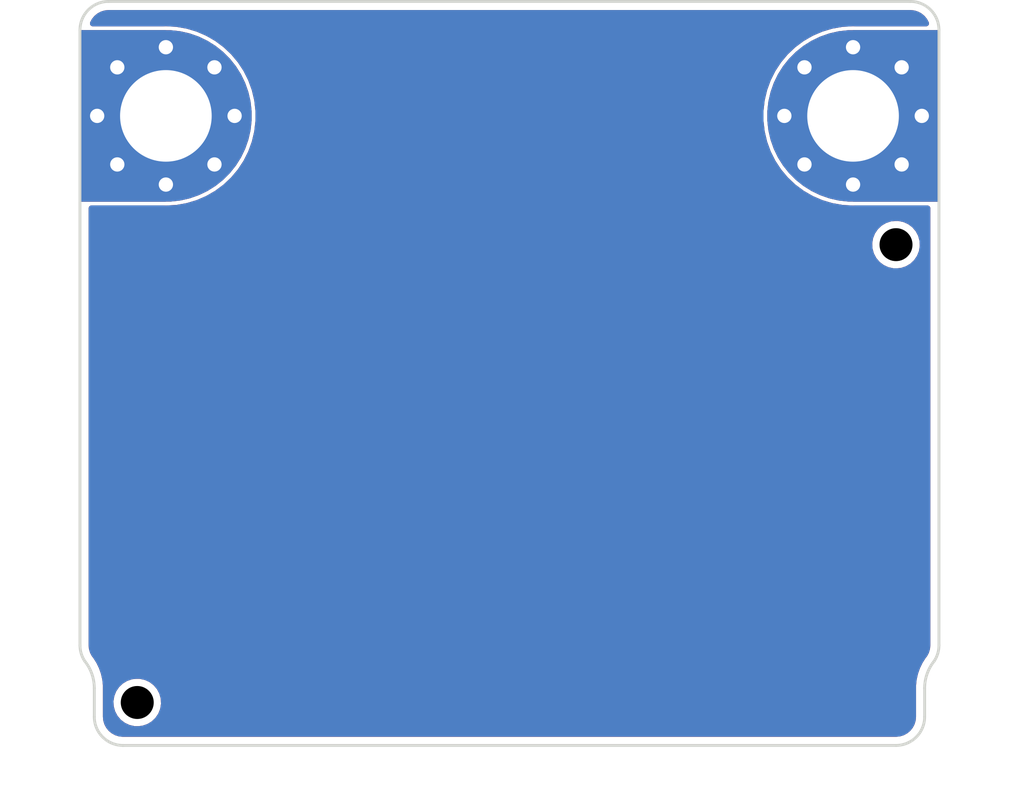
<source format=kicad_pcb>
(kicad_pcb (version 20221018) (generator pcbnew)
  (layers (0 "F.Cu" signal) (31 "B.Cu" signal) (34 "B.Paste" user) (35 "F.Paste" user) (36 "B.SilkS" user "B.Silkscreen") (37 "F.SilkS" user "F.Silkscreen") (38 "B.Mask" user) (39 "F.Mask" user) (44 "Edge.Cuts" user))
  (net 0 "")
  (net 1 "GND")
  (net 2 "+48V")
  (footprint "corevus:MountingHole_M3_Driver" (layer "F.Cu") (at 147 64.5 -90)
    (fp_text reference "H2" hide)
    (fp_text value "Gnd")
    (pad "1" thru_hole circle (at -2.4 0 270) (size 0.8 0.8) (drill 0.5) (layers "*.Cu" "*.Mask") (net 1 "GND"))
    (pad "1" thru_hole circle (at -1.697056 -1.697056 270) (size 0.8 0.8) (drill 0.5) (layers "*.Cu" "*.Mask") (net 1 "GND"))
    (pad "1" thru_hole circle (at -1.697056 1.697056 270) (size 0.8 0.8) (drill 0.5) (layers "*.Cu" "*.Mask") (net 1 "GND"))
    (pad "1" thru_hole circle (at 0 -2.4 270) (size 0.8 0.8) (drill 0.5) (layers "*.Cu" "*.Mask") (net 1 "GND"))
    (pad "1" thru_hole custom (at 0 0 270) (size 6 6) (drill 3.2) (layers "*.Cu" "*.Mask") (net 1 "GND") (options (clearance outline) (anchor circle)) (primitives (gr_poly (pts (xy -3 0) (xy 3 0) (xy 3 -3) (xy -3 -3)) (width 0) (fill yes))))
    (pad "1" thru_hole circle (at 0 2.4 270) (size 0.8 0.8) (drill 0.5) (layers "*.Cu" "*.Mask") (net 1 "GND"))
    (pad "1" thru_hole circle (at 1.697056 -1.697056 270) (size 0.8 0.8) (drill 0.5) (layers "*.Cu" "*.Mask") (net 1 "GND"))
    (pad "1" thru_hole circle (at 1.697056 1.697056 270) (size 0.8 0.8) (drill 0.5) (layers "*.Cu" "*.Mask") (net 1 "GND"))
    (pad "1" thru_hole circle (at 2.4 0 270) (size 0.8 0.8) (drill 0.5) (layers "*.Cu" "*.Mask") (net 1 "GND"))
  )
  (footprint "corevus:ToolingHole" (layer "F.Cu") (at 122 85)
    (fp_text reference "H3" hide)
    (fp_text value "ToolingHole")
    (pad "" np_thru_hole circle (at 0 0) (size 1.3 1.3) (drill 1.152) (layers "*.Mask"))
  )
  (footprint "corevus:ToolingHole" (layer "F.Cu") (at 148.5 69)
    (fp_text reference "H4" hide)
    (fp_text value "ToolingHole")
    (pad "" np_thru_hole circle (at 0 0) (size 1.3 1.3) (drill 1.152) (layers "*.Mask"))
  )
  (footprint "corevus:MountingHole_M3_Driver" (layer "F.Cu") (at 123 64.5 90)
    (fp_text reference "H1" hide)
    (fp_text value "VM")
    (pad "1" thru_hole circle (at -2.4 0 90) (size 0.8 0.8) (drill 0.5) (layers "*.Cu" "*.Mask") (net 2 "+48V"))
    (pad "1" thru_hole circle (at -1.697056 -1.697056 90) (size 0.8 0.8) (drill 0.5) (layers "*.Cu" "*.Mask") (net 2 "+48V"))
    (pad "1" thru_hole circle (at -1.697056 1.697056 90) (size 0.8 0.8) (drill 0.5) (layers "*.Cu" "*.Mask") (net 2 "+48V"))
    (pad "1" thru_hole circle (at 0 -2.4 90) (size 0.8 0.8) (drill 0.5) (layers "*.Cu" "*.Mask") (net 2 "+48V"))
    (pad "1" thru_hole custom (at 0 0 90) (size 6 6) (drill 3.2) (layers "*.Cu" "*.Mask") (net 2 "+48V") (options (clearance outline) (anchor circle)) (primitives (gr_poly (pts (xy -3 0) (xy 3 0) (xy 3 -3) (xy -3 -3)) (width 0) (fill yes))))
    (pad "1" thru_hole circle (at 0 2.4 90) (size 0.8 0.8) (drill 0.5) (layers "*.Cu" "*.Mask") (net 2 "+48V"))
    (pad "1" thru_hole circle (at 1.697056 -1.697056 90) (size 0.8 0.8) (drill 0.5) (layers "*.Cu" "*.Mask") (net 2 "+48V"))
    (pad "1" thru_hole circle (at 1.697056 1.697056 90) (size 0.8 0.8) (drill 0.5) (layers "*.Cu" "*.Mask") (net 2 "+48V"))
    (pad "1" thru_hole circle (at 2.4 0 90) (size 0.8 0.8) (drill 0.5) (layers "*.Cu" "*.Mask") (net 2 "+48V"))
  )
  (gr_line (start 120.5 84.5) (end 120.5 85.5) (stroke (width 0.1)) (layer "Edge.Cuts"))
  (gr_arc (start 150 83) (mid 149.957092 83.289784) (end 149.83205 83.5547) (stroke (width 0.1)) (layer "Edge.Cuts"))
  (gr_line (start 120 83) (end 120 61.5) (stroke (width 0.1)) (layer "Edge.Cuts"))
  (gr_line (start 148.5 86.5) (end 121.5 86.5) (stroke (width 0.1)) (layer "Edge.Cuts"))
  (gr_line (start 149.5 85.5) (end 149.5 84.5) (stroke (width 0.1)) (layer "Edge.Cuts"))
  (gr_line (start 150 61.5) (end 150 83) (stroke (width 0.1)) (layer "Edge.Cuts"))
  (gr_arc (start 149.5 84.5) (mid 149.585426 83.999039) (end 149.83205 83.5547) (stroke (width 0.1)) (layer "Edge.Cuts"))
  (gr_arc (start 120.16795 83.5547) (mid 120.414574 83.999039) (end 120.5 84.5) (stroke (width 0.1)) (layer "Edge.Cuts"))
  (gr_arc (start 120.16795 83.5547) (mid 120.042908 83.289784) (end 120 83) (stroke (width 0.1)) (layer "Edge.Cuts"))
  (gr_arc (start 121.5 86.5) (mid 120.792893 86.207107) (end 120.5 85.5) (stroke (width 0.1)) (layer "Edge.Cuts"))
  (gr_arc (start 120.000001 61.5) (mid 120.292894 60.792894) (end 121 60.5) (stroke (width 0.1)) (layer "Edge.Cuts"))
  (gr_arc (start 149 60.5) (mid 149.707107 60.792893) (end 150 61.5) (stroke (width 0.1)) (layer "Edge.Cuts"))
  (gr_arc (start 149.5 85.5) (mid 149.207107 86.207106) (end 148.500001 86.5) (stroke (width 0.1)) (layer "Edge.Cuts"))
  (gr_line (start 121 60.5) (end 149 60.5) (stroke (width 0.1)) (layer "Edge.Cuts"))
  (zone (net 0) (net_name "") (layers "F&B.Cu") (priority 2) (connect_pads yes (clearance 0.125)) (min_thickness 0.2) (fill yes (thermal_gap 0.5) (thermal_bridge_width 0.5) (island_removal_mode 1) (island_area_min 10))
    (polygon (pts (xy 120 60.5) (xy 120 86.5) (xy 150 86.5) (xy 150 60.5)))
  )
)
</source>
